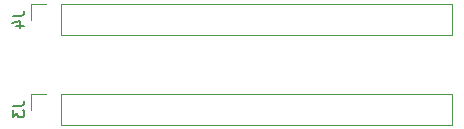
<source format=gbo>
G04 #@! TF.GenerationSoftware,KiCad,Pcbnew,5.1.6+dfsg1-1*
G04 #@! TF.CreationDate,2022-05-06T15:08:44-04:00*
G04 #@! TF.ProjectId,esp32-breadboard-adapter,65737033-322d-4627-9265-6164626f6172,rev?*
G04 #@! TF.SameCoordinates,Original*
G04 #@! TF.FileFunction,Legend,Bot*
G04 #@! TF.FilePolarity,Positive*
%FSLAX46Y46*%
G04 Gerber Fmt 4.6, Leading zero omitted, Abs format (unit mm)*
G04 Created by KiCad (PCBNEW 5.1.6+dfsg1-1) date 2022-05-06 15:08:44*
%MOMM*%
%LPD*%
G01*
G04 APERTURE LIST*
%ADD10C,0.120000*%
%ADD11C,0.150000*%
%ADD12O,1.800000X1.800000*%
%ADD13R,1.800000X1.800000*%
G04 APERTURE END LIST*
D10*
X232470000Y-92650000D02*
X232470000Y-95310000D01*
X199390000Y-92650000D02*
X232470000Y-92650000D01*
X199390000Y-95310000D02*
X232470000Y-95310000D01*
X199390000Y-92650000D02*
X199390000Y-95310000D01*
X198120000Y-92650000D02*
X196790000Y-92650000D01*
X196790000Y-92650000D02*
X196790000Y-93980000D01*
X232470000Y-100270000D02*
X232470000Y-102930000D01*
X199390000Y-100270000D02*
X232470000Y-100270000D01*
X199390000Y-102930000D02*
X232470000Y-102930000D01*
X199390000Y-100270000D02*
X199390000Y-102930000D01*
X198120000Y-100270000D02*
X196790000Y-100270000D01*
X196790000Y-100270000D02*
X196790000Y-101600000D01*
D11*
X195242380Y-93646666D02*
X195956666Y-93646666D01*
X196099523Y-93599047D01*
X196194761Y-93503809D01*
X196242380Y-93360952D01*
X196242380Y-93265714D01*
X195575714Y-94551428D02*
X196242380Y-94551428D01*
X195194761Y-94313333D02*
X195909047Y-94075238D01*
X195909047Y-94694285D01*
X195242380Y-101266666D02*
X195956666Y-101266666D01*
X196099523Y-101219047D01*
X196194761Y-101123809D01*
X196242380Y-100980952D01*
X196242380Y-100885714D01*
X195242380Y-101647619D02*
X195242380Y-102266666D01*
X195623333Y-101933333D01*
X195623333Y-102076190D01*
X195670952Y-102171428D01*
X195718571Y-102219047D01*
X195813809Y-102266666D01*
X196051904Y-102266666D01*
X196147142Y-102219047D01*
X196194761Y-102171428D01*
X196242380Y-102076190D01*
X196242380Y-101790476D01*
X196194761Y-101695238D01*
X196147142Y-101647619D01*
%LPC*%
D12*
X231140000Y-93980000D03*
X228600000Y-93980000D03*
X226060000Y-93980000D03*
X223520000Y-93980000D03*
X220980000Y-93980000D03*
X218440000Y-93980000D03*
X215900000Y-93980000D03*
X213360000Y-93980000D03*
X210820000Y-93980000D03*
X208280000Y-93980000D03*
X205740000Y-93980000D03*
X203200000Y-93980000D03*
X200660000Y-93980000D03*
D13*
X198120000Y-93980000D03*
D12*
X231140000Y-101600000D03*
X228600000Y-101600000D03*
X226060000Y-101600000D03*
X223520000Y-101600000D03*
X220980000Y-101600000D03*
X218440000Y-101600000D03*
X215900000Y-101600000D03*
X213360000Y-101600000D03*
X210820000Y-101600000D03*
X208280000Y-101600000D03*
X205740000Y-101600000D03*
X203200000Y-101600000D03*
X200660000Y-101600000D03*
D13*
X198120000Y-101600000D03*
D12*
X190500000Y-113030000D03*
X190500000Y-115570000D03*
X190500000Y-118110000D03*
D13*
X190500000Y-120650000D03*
D12*
X190500000Y-74930000D03*
X190500000Y-77470000D03*
X190500000Y-80010000D03*
D13*
X190500000Y-82550000D03*
D12*
X185420000Y-120650000D03*
X185420000Y-118110000D03*
X185420000Y-115570000D03*
X185420000Y-113030000D03*
X185420000Y-110490000D03*
X185420000Y-107950000D03*
X185420000Y-105410000D03*
X185420000Y-102870000D03*
X185420000Y-100330000D03*
X185420000Y-97790000D03*
X185420000Y-95250000D03*
X185420000Y-92710000D03*
X185420000Y-90170000D03*
X185420000Y-87630000D03*
X185420000Y-85090000D03*
X185420000Y-82550000D03*
X185420000Y-80010000D03*
X185420000Y-77470000D03*
D13*
X185420000Y-74930000D03*
D12*
X162560000Y-120650000D03*
X162560000Y-118110000D03*
X162560000Y-115570000D03*
X162560000Y-113030000D03*
X162560000Y-110490000D03*
X162560000Y-107950000D03*
X162560000Y-105410000D03*
X162560000Y-102870000D03*
X162560000Y-100330000D03*
X162560000Y-97790000D03*
X162560000Y-95250000D03*
X162560000Y-92710000D03*
X162560000Y-90170000D03*
X162560000Y-87630000D03*
X162560000Y-85090000D03*
X162560000Y-82550000D03*
X162560000Y-80010000D03*
X162560000Y-77470000D03*
D13*
X162560000Y-74930000D03*
M02*

</source>
